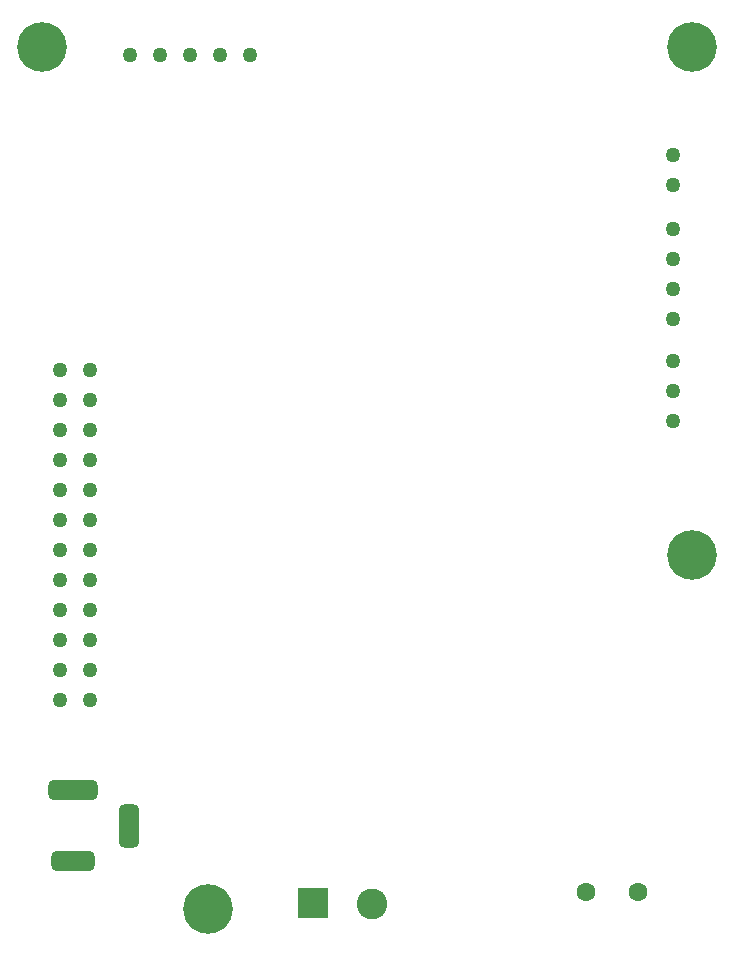
<source format=gbs>
G04*
G04 #@! TF.GenerationSoftware,Altium Limited,Altium Designer,24.3.1 (35)*
G04*
G04 Layer_Color=16711935*
%FSLAX25Y25*%
%MOIN*%
G70*
G04*
G04 #@! TF.SameCoordinates,CBDEA9DE-FB5E-4B32-9C3F-323BEE311ABC*
G04*
G04*
G04 #@! TF.FilePolarity,Negative*
G04*
G01*
G75*
%ADD59R,0.10249X0.10249*%
%ADD60C,0.10249*%
%ADD61C,0.05000*%
%ADD62C,0.16548*%
G04:AMPARAMS|DCode=63|XSize=67.06mil|YSize=145.8mil|CornerRadius=18.76mil|HoleSize=0mil|Usage=FLASHONLY|Rotation=0.000|XOffset=0mil|YOffset=0mil|HoleType=Round|Shape=RoundedRectangle|*
%AMROUNDEDRECTD63*
21,1,0.06706,0.10827,0,0,0.0*
21,1,0.02953,0.14580,0,0,0.0*
1,1,0.03753,0.01476,-0.05413*
1,1,0.03753,-0.01476,-0.05413*
1,1,0.03753,-0.01476,0.05413*
1,1,0.03753,0.01476,0.05413*
%
%ADD63ROUNDEDRECTD63*%
G04:AMPARAMS|DCode=64|XSize=67.06mil|YSize=145.8mil|CornerRadius=18.76mil|HoleSize=0mil|Usage=FLASHONLY|Rotation=270.000|XOffset=0mil|YOffset=0mil|HoleType=Round|Shape=RoundedRectangle|*
%AMROUNDEDRECTD64*
21,1,0.06706,0.10827,0,0,270.0*
21,1,0.02953,0.14580,0,0,270.0*
1,1,0.03753,-0.05413,-0.01476*
1,1,0.03753,-0.05413,0.01476*
1,1,0.03753,0.05413,0.01476*
1,1,0.03753,0.05413,-0.01476*
%
%ADD64ROUNDEDRECTD64*%
G04:AMPARAMS|DCode=65|XSize=67.06mil|YSize=165.48mil|CornerRadius=18.76mil|HoleSize=0mil|Usage=FLASHONLY|Rotation=90.000|XOffset=0mil|YOffset=0mil|HoleType=Round|Shape=RoundedRectangle|*
%AMROUNDEDRECTD65*
21,1,0.06706,0.12795,0,0,90.0*
21,1,0.02953,0.16548,0,0,90.0*
1,1,0.03753,0.06398,0.01476*
1,1,0.03753,0.06398,-0.01476*
1,1,0.03753,-0.06398,-0.01476*
1,1,0.03753,-0.06398,0.01476*
%
%ADD65ROUNDEDRECTD65*%
%ADD66C,0.06312*%
D59*
X105979Y18000D02*
D03*
D60*
X125664Y17500D02*
D03*
D61*
X225902Y267091D02*
D03*
Y257090D02*
D03*
X31653Y105669D02*
D03*
X21654Y195669D02*
D03*
X31653D02*
D03*
X21654Y185669D02*
D03*
X31653D02*
D03*
X21654Y175669D02*
D03*
X31653D02*
D03*
X21654Y165669D02*
D03*
X31653D02*
D03*
X21654Y155669D02*
D03*
X31653D02*
D03*
X21654Y145669D02*
D03*
X31653D02*
D03*
X21654Y135669D02*
D03*
X31653D02*
D03*
X21654Y125669D02*
D03*
X31653D02*
D03*
X21654Y115669D02*
D03*
X31653D02*
D03*
X21654Y105669D02*
D03*
Y95669D02*
D03*
X31653D02*
D03*
X21654Y85669D02*
D03*
X31653D02*
D03*
X85039Y300394D02*
D03*
X75039D02*
D03*
X65039D02*
D03*
X55039D02*
D03*
X45039D02*
D03*
X225902Y198591D02*
D03*
Y188591D02*
D03*
Y178591D02*
D03*
Y242590D02*
D03*
Y232591D02*
D03*
Y222590D02*
D03*
Y212591D02*
D03*
D62*
X232283Y303150D02*
D03*
X15748D02*
D03*
X232283Y133858D02*
D03*
X70866Y15748D02*
D03*
D63*
X44488Y43701D02*
D03*
D64*
X25984Y31890D02*
D03*
D65*
Y55512D02*
D03*
D66*
X196850Y21654D02*
D03*
X214173D02*
D03*
M02*

</source>
